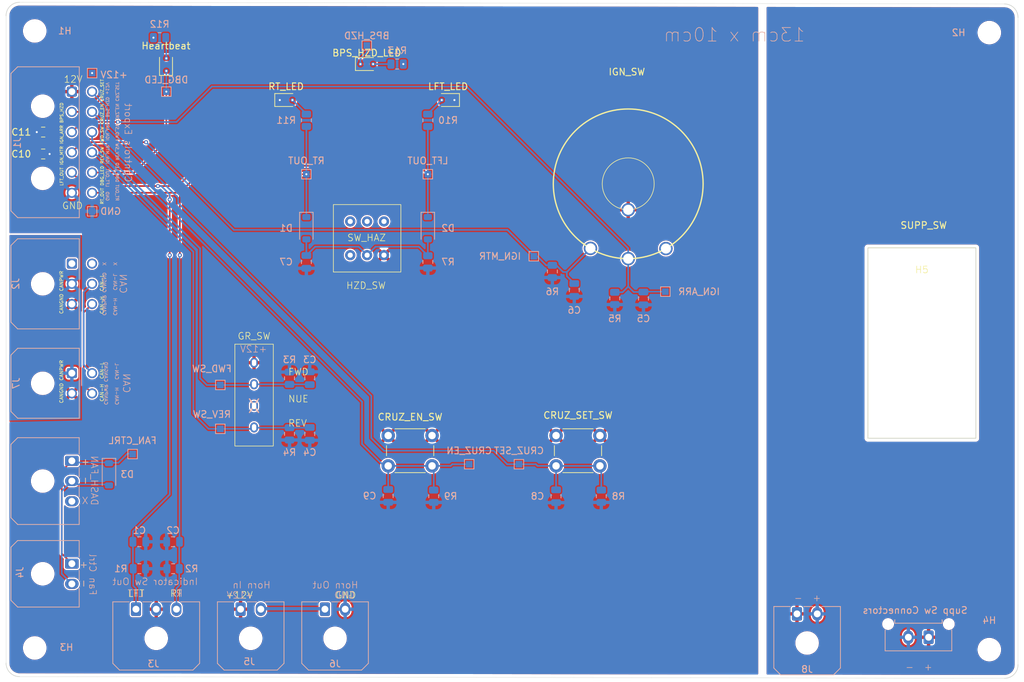
<source format=kicad_pcb>
(kicad_pcb (version 20240108) (generator "pcbnew") (generator_version "8.0")
  (layers (0 "F.Cu" signal) (31 "B.Cu" signal) (34 "B.Paste" user) (35 "F.Paste" user) (36 "B.SilkS" user "B.Silkscreen") (37 "F.SilkS" user "F.Silkscreen") (38 "B.Mask" user) (39 "F.Mask" user) (44 "Edge.Cuts" user))
  (net 0 "")
  (net 1 "+12V")
  (net 2 "Net-(BPS_HZD_LED1-A)")
  (net 3 "GND")
  (net 4 "/LFT_OUT")
  (net 5 "/RT_OUT")
  (net 6 "/FWD_SW")
  (net 7 "/REV_SW")
  (net 8 "/IGN_ARR")
  (net 9 "/IGN_MTR")
  (net 10 "Net-(D1-A)")
  (net 11 "/CRUZ_SET")
  (net 12 "/CRUZ_EN")
  (net 13 "/FAN-")
  (net 14 "/DBG_LED")
  (net 15 "Net-(Heartbeat_LED1-A)")
  (net 16 "/FAN+")
  (net 19 "/BPS_HZD")
  (net 20 "Net-(J5-Pin_2)")
  (net 21 "Net-(LFT_LED1-A)")
  (net 22 "Net-(RT_LED1-A)")
  (net 23 "/CAN-L")
  (net 26 "/CAN-H")
  (net 27 "/CAN+12V")
  (net 28 "/CANGND")
  (net 29 "/Supp-")
  (net 30 "/Supp+")
  (footprint "LED_SMD:LED_0805_2012Metric" (layer "F.Cu") (at 149.048508 64.8375 180)
    (property "Reference" "LFT_LED")
    (property "Value" "SMD_0805" (hide yes))
  )
  (footprint "MountingHole:MountingHole_3mm" (layer "F.Cu") (at 87.798508 54.5875)
    (property "Reference" "H1")
    (property "Value" "MountingHole")
  )
  (footprint "LED_SMD:LED_0805_2012Metric" (layer "F.Cu") (at 137 59.5)
    (property "Reference" "BPS_HZD_LED")
    (property "Value" "SMD_0805_RED")
  )
  (footprint "switched:Toggle" (layer "F.Cu") (at 137.048508 85.3375)
    (property "Reference" "HZD_SW")
    (property "Value" "HAZARD_SWITCH_12V")
  )
  (footprint "LED_SMD:LED_0805_2012Metric" (layer "F.Cu") (at 107.25 59.5 90)
    (property "Reference" "Heartbeat")
    (property "Value" "SMD_0805_GRN" (hide yes))
  )
  (footprint "MountingHole:MountingHole_3mm" (layer "F.Cu") (at 229.25 54.8375)
    (property "Reference" "H2")
    (property "Value" "MountingHole")
  )
  (footprint "MountingHole:MountingHole_3mm" (layer "F.Cu") (at 87.798508 146.0875)
    (property "Reference" "H3")
    (property "Value" "MountingHole")
  )
  (footprint "Capacitor_SMD:C_0805_2012Metric" (layer "F.Cu") (at 89.048508 72.8375)
    (property "Reference" "C10")
    (property "Value" "100uF")
  )
  (footprint "switched:3posSlideToggle" (layer "F.Cu") (at 120.298508 108.5875 -90)
    (property "Reference" "GR_SW")
    (property "Value" "GEAR_SW_12V" (hide yes))
  )
  (footprint "Button_Switch_THT:SW_PUSH_6mm" (layer "F.Cu") (at 165.048508 114.5875)
    (property "Reference" "CRUZ_SET_SW")
    (property "Value" "CRUSE_SET_SW_12V")
  )
  (footprint "MountingHole:MountingHole_3mm" (layer "F.Cu") (at 229.25 146.3375)
    (property "Reference" "H4")
    (property "Value" "MountingHole")
  )
  (footprint "Button_Switch_THT:SW_PUSH_6mm" (layer "F.Cu") (at 140.173508 114.5875)
    (property "Reference" "CRUZ_EN_SW")
    (property "Value" "CRUSE_EN_SW_12V")
  )
  (footprint "LED_SMD:LED_0805_2012Metric" (layer "F.Cu") (at 125.048508 64.8375)
    (property "Reference" "RT_LED")
    (property "Value" "SMD_0805" (hide yes))
  )
  (footprint "switched:SW_3POS_ROT" (layer "F.Cu") (at 175.75 77.25 -90)
    (property "Reference" "IGN_SW1" (hide yes))
    (property "Value" "IGNITION_SW_12V" (hide yes))
  )
  (footprint "Capacitor_SMD:C_0805_2012Metric" (layer "F.Cu") (at 89.048508 69.5875 180)
    (property "Reference" "C11")
    (property "Value" "100uF")
  )
  (footprint "switched:Supp_Switch" (layer "F.Cu") (at 219.25 100.5)
    (property "Reference" "H5")
    (property "Value" "SuppSwitchMount")
  )
  (footprint "Connector_Molex:Molex_Micro-Fit_3.0_43650-0200_1x02_P3.00mm_Horizontal" (layer "B.Cu") (at 93.298508 133.5875 -90)
    (property "Reference" "J4")
    (property "Value" "FAN_CTRL_01x02" (hide yes))
  )
  (footprint "Resistor_SMD:R_0805_2012Metric" (layer "B.Cu") (at 125.548508 106.0875 -90)
    (property "Reference" "R3")
    (property "Value" "10k")
  )
  (footprint "Diode_SMD:D_SOD-123" (layer "B.Cu") (at 146.048508 83.8375 -90)
    (property "Reference" "D2")
    (property "Value" "BAV16W" (hide yes))
  )
  (footprint "Capacitor_SMD:C_0805_2012Metric" (layer "B.Cu") (at 108.298508 130.3375 180)
    (property "Reference" "C2")
    (property "Value" "5uF")
  )
  (footprint "Connector_Molex:Molex_Micro-Fit_3.0_43650-0200_1x02_P3.00mm_Horizontal" (layer "B.Cu") (at 130.798508 140.3375)
    (property "Reference" "J6")
    (property "Value" "Horn_Out_01x02" (hide yes))
  )
  (footprint "Resistor_SMD:R_0805_2012Metric" (layer "B.Cu") (at 173.75 94.25 90)
    (property "Reference" "R5")
    (property "Value" "10k")
  )
  (footprint "TestPoint:TestPoint_Pad_1.0x1.0mm" (layer "B.Cu") (at 96.298508 81.3375 90)
    (property "Reference" "GND")
    (property "Value" "TestPoint")
  )
  (footprint "Resistor_SMD:R_0805_2012Metric" (layer "B.Cu") (at 108.298508 134.3375)
    (property "Reference" "R2")
    (property "Value" "10k")
  )
  (footprint "TestPoint:TestPoint_Pad_1.0x1.0mm" (layer "B.Cu") (at 137 56.75 180)
    (property "Reference" "BPS_HZD")
    (property "Value" "TestPoint")
  )
  (footprint "Capacitor_SMD:C_0805_2012Metric" (layer "B.Cu") (at 128.548508 114.3375 -90)
    (property "Reference" "C4")
    (property "Value" "5uF")
  )
  (footprint "Resistor_SMD:R_0805_2012Metric" (layer "B.Cu") (at 141.5 59.5 180)
    (property "Reference" "R13")
    (property "Value" "HZD_RES_VAL")
  )
  (footprint "Resistor_SMD:R_0805_2012Metric" (layer "B.Cu") (at 171.75 123.5875 -90)
    (property "Reference" "R8")
    (property "Value" "10k")
  )
  (footprint "Connector_Molex:Molex_Micro-Fit_3.0_43045-1200_2x06_P3.00mm_Horizontal" (layer "B.Cu") (at 93.298508 63.5875 -90)
    (property "Reference" "J1")
    (property "Value" "Controls_Leader_Export_02x06" (hide yes))
  )
  (footprint "Capacitor_SMD:C_0805_2012Metric" (layer "B.Cu") (at 140.173508 123.5375 -90)
    (property "Reference" "C9")
    (property "Value" "5uF")
  )
  (footprint "Resistor_SMD:R_0805_2012Metric" (layer "B.Cu") (at 125.548508 114.3375 -90)
    (property "Reference" "R4")
    (property "Value" "10k")
  )
  (footprint "TestPoint:TestPoint_Pad_1.0x1.0mm" (layer "B.Cu") (at 161.75 88 180)
    (property "Reference" "IGN_MTR")
    (property "Value" "TestPoint")
  )
  (footprint "Connector_Molex:Molex_Micro-Fit_3.0_43045-0600_2x03_P3.00mm_Horizontal" (layer "B.Cu") (at 93.298508 89.0875 -90)
    (property "Reference" "J2")
    (property "Value" "Conn_02x03_CAN" (hide yes))
  )
  (footprint "Connector_Molex:Molex_Micro-Fit_3.0_43650-0200_1x02_P3.00mm_Horizontal" (layer "B.Cu") (at 200.75 141.03)
    (property "Reference" "J8")
    (property "Value" "Supp_Out")
  )
  (footprint "Resistor_SMD:R_0805_2012Metric" (layer "B.Cu") (at 106.298508 55.5875)
    (property "Reference" "R12")
    (property "Value" "5.1k")
  )
  (footprint "Capacitor_SMD:C_0805_2012Metric" (layer "B.Cu") (at 165.048508 123.5875 -90)
    (property "Reference" "C8")
    (property "Value" "5uF")
  )
  (footprint "TestPoint:TestPoint_Pad_1.0x1.0mm" (layer "B.Cu") (at 96.298508 60.8375 90)
    (property "Reference" "+12V")
    (property "Value" "TestPoint")
  )
  (footprint "TestPoint:TestPoint_Pad_1.0x1.0mm" (layer "B.Cu") (at 115.298508 107.0875 180)
    (property "Reference" "FWD_SW")
    (property "Value" "TestPoint")
  )
  (footprint "Capacitor_SMD:C_0805_2012Metric" (layer "B.Cu") (at 103.298508 130.3375 180)
    (property "Reference" "C1")
    (property "Value" "5uF")
  )
  (footprint "Connector_Molex:Molex_Micro-Fit_3.0_43045-0400_2x02_P3.00mm_Horizontal" (layer "B.Cu") (at 93.298508 105.3375 -90)
    (property "Reference" "J7")
    (property "Value" "Conn_02x03_CAN")
  )
  (footprint "TestPoint:TestPoint_Pad_1.0x1.0mm" (layer "B.Cu") (at 115.298508 113.5875 180)
    (property "Reference" "REV_SW")
    (property "Value" "TestPoint")
  )
  (footprint "TestPoint:TestPoint_Pad_1.0x1.0mm" (layer "B.Cu") (at 152.173508 118.8375 180)
    (property "Reference" "CRUZ_EN")
    (property "Value" "TestPoint")
  )
  (footprint "Connector_Molex:Molex_Micro-Fit_3.0_43650-0300_1x03_P3.00mm_Horizontal" (layer "B.Cu") (at 102.798508 140.3375)
    (property "Reference" "J3")
    (property "Value" "INDICATOR_SWITCH_OUT" (hide yes))
  )
  (footprint "TestPoint:TestPoint_Pad_1.0x1.0mm" (layer "B.Cu") (at 146.048508 75.8375 180)
    (property "Reference" "LFT_OUT")
    (property "Value" "TestPoint")
  )
  (footprint "Resistor_SMD:R_0805_2012Metric" (layer "B.Cu") (at 103.298508 134.3375)
    (property "Reference" "R1")
    (property "Value" "10k")
  )
  (footprint "Connector_Molex:Molex_Micro-Fit_3.0_43650-0200_1x02_P3.00mm_Horizontal" (layer "B.Cu") (at 118.298508 140.3375)
    (property "Reference" "J5")
    (property "Value" "Horn_In_01x02" (hide yes))
  )
  (footprint "Capacitor_SMD:C_0805_2012Metric" (layer "B.Cu") (at 167.75 93 -90)
    (property "Reference" "C6")
    (property "Value" "5uF")
  )
  (footprint "Diode_SMD:D_SOD-123" (layer "B.Cu") (at 98.798508 120.3375 -90)
    (property "Reference" "D3")
    (property "Value" "1N5819HW" (hide yes))
  )
  (footprint "Resistor_SMD:R_0805_2012Metric" (layer "B.Cu") (at 128.048508 67.8375 90)
    (property "Reference" "R11")
    (property "Value" "5.1k")
  )
  (footprint "TestPoint:TestPoint_Pad_1.0x1.0mm" (layer "B.Cu") (at 159.548508 118.8375 180)
    (property "Reference" "CRUZ_SET")
    (property "Value" "TestPoint")
  )
  (footprint "Connector_Molex:Molex_Micro-Fit_3.0_43650-0300_1x03_P3.00mm_Horizontal" (layer "B.Cu") (at 93.298508 118.3375 -90)
    (property "Reference" "DASH_FAN1" (hide yes))
    (property "Value" "DASHBOARD_FAN_12V" (hide yes))
  )
  (footprint "Resistor_SMD:R_0805_2012Metric" (layer "B.Cu") (at 146.919778 123.5875 90)
    (property "Reference" "R9")
    (property "Value" "10k")
  )
  (footprint "Resistor_SMD:R_0805_2012Metric" (layer "B.Cu") (at 146.048508 67.8375 90)
    (property "Reference" "R10")
    (property "Value" "5.1k")
  )
  (footprint "Connector_Molex:Molex_Micro-Fit_3.0_43650-0215_1x02_P3.00mm_Vertical" (layer "B.Cu") (at 220.25 144.5 180)
    (property "Reference" "Supp Sw Connectors")
    (property "Value" "Supp_In")
  )
  (footprint "Resistor_SMD:R_0805_2012Metric" (layer "B.Cu") (at 146.048508 88.8375 90)
    (property "Reference" "R7")
    (property "Value" "10k")
  )
  (footprint "TestPoint:TestPoint_Pad_1.0x1.0mm" (layer "B.Cu") (at 181.25 93.25 180)
    (property "Reference" "IGN_ARR")
    (property "Value" "TestPoint")
  )
  (footprint "Capacitor_SMD:C_0805_2012Metric" (layer "B.Cu") (at 178 94.25 -90)
    (property "Reference" "C5")
    (property "Value" "5uF")
  )
  (footprint "Resistor_SMD:R_0805_2012Metric" (layer "B.Cu") (at 164.5 90.25 90)
    (property "Reference" "R6")
    (property "Value" "10k")
  )
  (footprint "Diode_SMD:D_SOD-123" (layer "B.Cu") (at 128.048508 83.8375 -90)
    (property "Reference" "D1")
    (property "Value" "BAV16W" (hide yes))
  )
  (footprint "TestPoint:TestPoint_Pad_1.0x1.0mm" (layer "B.Cu") (at 107.298508 63.5875 -90)
    (property "Reference" "DBG_LED")
    (property "Value" "TestPoint")
  )
  (footprint "Capacitor_SMD:C_0805_2012Metric" (layer "B.Cu") (at 128.548508 106.0875 -90)
    (property "Reference" "C3")
    (property "Value" "5uF")
  )
  (footprint "TestPoint:TestPoint_Pad_1.0x1.0mm" (layer "B.Cu") (at 128.048508 75.8375 180)
    (property "Reference" "RT_OUT")
    (property "Value" "TestPoint")
  )
  (footprint "Capacitor_SMD:C_0805_2012Metric" (layer "B.Cu") (at 128.048508 88.8375 -90)
    (property "Reference" "C7")
    (property "Value" "5uF")
  )
  (footprint "TestPoint:TestPoint_Pad_1.0x1.0mm" (layer "B.Cu") (at 102.298508 117.3375 -90)
    (property "Reference" "FAN_CTRL")
    (property "Value" "TestPoint")
  )
  (gr_rect (start 211.25 86.75) (end 227.25 115) (stroke (width 0.1)) (fill none) (layer "Edge.Cuts"))
  (gr_line (start 83.548508 52.3375) (end 83.548508 148.3375) (stroke (width 0.05)) (layer "Edge.Cuts"))
  (gr_line (start 231.5 50.5875) (end 85.548508 50.3375) (stroke (width 0.05)) (layer "Edge.Cuts"))
  (gr_arc (start 233.5 148.5875) (mid 232.914214 150.001714) (end 231.5 150.5875) (stroke (width 0.1)) (layer "Edge.Cuts"))
  (gr_arc (start 231.5 50.5875) (mid 232.914214 51.173286) (end 233.5 52.5875) (stroke (width 0.1)) (layer "Edge.Cuts"))
  (gr_arc (start 83.548508 52.3375) (mid 84.134294 50.923286) (end 85.548508 50.3375) (stroke (width 0.1)) (layer "Edge.Cuts"))
  (gr_line (start 233.5 148.5875) (end 233.5 52.5875) (stroke (width 0.05)) (layer "Edge.Cuts"))
  (gr_line (start 85.548508 150.3375) (end 231.5 150.5875) (stroke (width 0.05)) (layer "Edge.Cuts"))
  (gr_arc (start 85.548508 150.3375) (mid 84.134294 149.751714) (end 83.548508 148.3375) (stroke (width 0.1)) (layer "Edge.Cuts"))
  (gr_text "RT" (at 109.798508 138.5875 0) (layer "B.SilkS") (effects (font (size 1 1) (thickness 0.1)) (justify left bottom mirror)))
  (gr_text "CAN\n" (at 100.798508 108.3375 -90) (layer "B.SilkS") (effects (font (size 1 1) (thickness 0.1)) (justify left bottom mirror)))
  (gr_text "+12V" (at 122.298508 102.3375 0) (layer "B.SilkS") (effects (font (size 1 1) (thickness 0.1)) (justify left bottom mirror)))
  (gr_text "13cm x 10cm" (at 202.048508 56.3375 0) (layer "B.SilkS") (effects (font (size 2 2) (thickness 0.1)) (justify left bottom mirror)))
  (gr_text "Controls Export" (at 101.048508 77.0875 -90) (layer "B.SilkS") (effects (font (size 1 1) (thickness 0.1)) (justify left bottom mirror)))
  (gr_text "CAN-H   CAN-L\n\nCANPWR CANGND" (at 98.048508 110.0875 270) (layer "B.SilkS") (effects (font (size 0.5 0.5) (thickness 0.08)) (justify left bottom mirror)))
  (gr_text "RT_OUT DBG_LED REV_SW FWD_SW CRZ_EN CRZ_SET\n\nGND  LFT_OUT  IGN_MTR  IGN_ARR  BPS_HZD +12V" (at 98.298508 79.8375 270) (layer "B.SilkS") (effects (font (size 0.45 0.45) (thickness 0.08) (bold yes)) (justify left bottom mirror)))
  (gr_text "X" (at 121.373508 111.4125 0) (layer "B.SilkS") (effects (font (size 2 2) (thickness 0.2)) (justify left bottom mirror)))
  (gr_text "Fan Ctrl" (at 95.798508 138.3375 -90) (layer "B.SilkS") (effects (font (size 1 1) (thickness 0.1)) (justify left bottom mirror)))
  (gr_text "+  -" (at 94.798508 117.8375 270) (layer "B.SilkS") (effects (font (size 1 1) (thickness 0.1)) (justify left bottom)))
  (gr_text "Indicator Sw Out" (at 112.048508 136.8375 -0) (layer "B.SilkS") (effects (font (size 1 1) (thickness 0.1)) (justify left bottom mirror)))
  (gr_text "+  -" (at 94.548508 133.0875 270) (layer "B.SilkS") (effects (font (size 1 1) (thickness 0.1)) (justify left bottom)))
  (gr_text "-  +" (at 200.25 139.25 0) (layer "B.SilkS") (effects (font (size 1 1) (thickness 0.1)) (justify left bottom)))
  (gr_text "Horn In\n" (at 122.798508 137.3375 0) (layer "B.SilkS") (effects (font (size 1 1) (thickness 0.1)) (justify left bottom mirror)))
  (gr_text "Horn Out" (at 135.798508 137.3375 -0) (layer "B.SilkS") (effects (font (size 1 1) (thickness 0.1)) (justify left bottom mirror)))
  (gr_text "LFT\n" (at 104.048508 138.5875 0) (layer "B.SilkS") (effects (font (size 1 1) (thickness 0.1)) (justify left bottom mirror)))
  (gr_text "CAN-H   CAN-L\n\nCANPWR CANGND" (at 97.798508 96.8375 270) (layer "B.SilkS") (effects (font (size 0.5 0.5) (thickness 0.08)) (justify left bottom mirror)))
  (gr_text "GND" (at 135.298508 138.8375 0) (layer "B.SilkS") (effects (font (size 1 1) (thickness 0.1)) (justify left bottom mirror)))
  (gr_text "+12V\n" (at 120.298508 138.8375 0) (layer "B.SilkS") (effects (font (size 1 1) (thickness 0.1)) (justify left bottom mirror)))
  (gr_text "CAN\n" (at 100.298508 93.5875 -90) (layer "B.SilkS") (effects (font (size 1 1) (thickness 0.1)) (justify left bottom mirror)))
  (gr_text "DASH_FAN\n" (at 96.048508 125.0175 -90) (layer "B.SilkS") (effects (font (size 1 1) (thickness 0.1)) (justify left bottom mirror)))
  (gr_text "-  +" (at 216.75 149.5 0) (layer "B.SilkS") (effects (font (size 1 1) (thickness 0.1)) (justify left bottom)))
  (gr_text "X" (at 95.798508 124.8375 0) (layer "B.SilkS") (effects (font (size 1 1) (thickness 0.1)) (justify left bottom mirror)))
  (gr_text "X\n\nX" (at 100.048508 88.8375 90) (layer "B.SilkS") (effects (font (size 0.5 0.5) (thickness 0.08)) (justify left bottom mirror)))
  (gr_text "IGN_SW" (at 172.75 61.25 0) (layer "F.SilkS") (effects (font (size 1 1)) (justify left bottom)))
  (gr_text "CANGND CANPWR" (at 92.048508 109.8375 90) (layer "F.SilkS") (effects (font (size 0.5 0.5) (thickness 0.08)) (justify left bottom)))
  (gr_text "RT_OUT DBG_LED REV_SW FWD_SW CRUZ_EN CRUZ_SET" (at 98.048508 80.3375 90) (layer "F.SilkS") (effects (font (size 0.45 0.45) (thickness 0.08) (bold yes)) (justify left bottom)))
  (gr_text "CANGND CANPWR" (at 92.048508 96.5875 90) (layer "F.SilkS") (effects (font (size 0.5 0.5) (thickness 0.08)) (justify left bottom)))
  (gr_text "CAN-H  CAN-L" (at 98.048508 109.5875 90) (layer "F.SilkS") (effects (font (size 0.5 0.5) (thickness 0.08)) (justify left bottom)))
  (gr_text "+  -" (at 94.798508 117.8375 270) (layer "F.SilkS") (effects (font (size 1 1) (thickness 0.1)) (justify left bottom)))
  (gr_text "LFT_OUT IGN_MTR IGN_ARR BPS_HZD" (at 92.048508 77.5875 90) (layer "F.SilkS") (effects (font (size 0.45 0.45) (thickness 0.08) (bold yes)) (justify left bottom)))
  (gr_text "12V" (at 92.048508 62.3375 0) (layer "F.SilkS") (effects (font (size 1 1) (thickness 0.1)) (justify left bottom)))
  (gr_text "RT" (at 107.798508 138.5875 0) (layer "F.SilkS") (effects (font (size 1 1) (thickness 0.1)) (justify left bottom)))
  (gr_text "NUE" (at 125.298508 109.7375 0) (layer "F.SilkS") (effects (font (size 1 1) (thickness 0.1)) (justify left bottom)))
  (gr_text "GND\n" (at 132.298508 138.8375 0) (layer "F.SilkS") (effects (font (size 1 1) (thickness 0.1)) (justify left bottom)))
  (gr_text "CAN-H  CAN-L" (at 98.048508 96.5875 90) (layer "F.SilkS") (effects (font (size 0.5 0.5) (thickness 0.08)) (justify left bottom)))
  (gr_text "+  -" (at 94.548508 133.0875 270) (layer "F.SilkS") (effects (font (size 1 1) (thickness 0.1)) (justify left bottom)))
  (gr_text "LFT" (at 101.548508 138.5875 0) (layer "F.SilkS") (effects (font (size 1 1) (thickness 0.1)) (justify left bottom)))
  (gr_text "SUPP_SW" (at 216 84 0) (layer "F.SilkS") (effects (font (size 1 1)) (justify left bottom)))
  (gr_text "FWD" (at 125.298508 105.7375 0) (layer "F.SilkS") (effects (font (size 1 1) (thickness 0.1)) (justify left bottom)))
  (gr_text "REV" (at 125.298508 113.3375 0) (layer "F.SilkS") (effects (font (size 1 1) (thickness 0.1)) (justify left bottom)))
  (gr_text "+12V\n" (at 116.048508 138.8375 0) (layer "F.SilkS") (effects (font (size 1 1) (thickness 0.1)) (justify left bottom)))
  (gr_text "GND" (at 91.798508 81.0875 0) (layer "F.SilkS") (effects (font (size 1 1) (thickness 0.1)) (justify left bottom)))
  (via (at 105.386008 55.5875) (size 0.6) (drill 0.3) (layers "F.Cu" "B.Cu") (net 1))
  (via (at 96.298508 60.8375) (size 0.6) (drill 0.3) (layers "F.Cu" "B.Cu") (net 1))
  (via (at 142.4125 59.5) (size 0.6) (drill 0.3) (layers "F.Cu" "B.Cu") (net 1))
  (via (at 137.9375 59.5) (size 0.6) (drill 0.3) (layers "F.Cu" "B.Cu") (net 2))
  (segment (start 140.5875 59.5) (end 137.9375 59.5) (width 0.25) (layer "B.Cu") (net 2))
  (segment (start 140.3375 59.5) (end 140.5875 59.75) (width 0.2) (layer "B.Cu") (net 2))
  (via (at 149.986008 64.8375) (size 0.6) (drill 0.3) (layers "F.Cu" "B.Cu") (net 3))
  (via (at 89.998508 72.8375) (size 0.6) (drill 0.3) (layers "F.Cu" "B.Cu") (net 3))
  (via (at 124.111008 64.8375) (size 0.6) (drill 0.3) (layers "F.Cu" "B.Cu") (net 3))
  (via (at 88.098508 69.5875) (size 0.6) (drill 0.3) (layers "F.Cu" "B.Cu") (net 3))
  (segment (start 97.058648 77.5875) (end 96.558648 77.0875) (width 0.25) (layer "F.Cu") (net 4))
  (segment (start 96.558648 77.0875) (end 94.798508 77.0875) (width 0.25) (layer "F.Cu") (net 4))
  (segment (start 109.048508 77.5875) (end 112.048508 74.5875) (width 0.25) (layer "F.Cu") (net 4))
  (segment (start 94.798508 77.0875) (end 93.298508 75.5875) (width 0.25) (layer "F.Cu") (net 4))
  (segment (start 112.048508 74.5875) (end 144.798508 74.5875) (width 0.25) (layer "F.Cu") (net 4))
  (segment (start 106.048508 77.5875) (end 109.048508 77.5875) (width 0.25) (layer "F.Cu") (net 4))
  (segment (start 144.798508 74.5875) (end 146.048508 75.8375) (width 0.25) (layer "F.Cu") (net 4))
  (segment (start 106.048508 77.5875) (end 97.058648 77.5875) (width 0.25) (layer "F.Cu") (net 4))
  (segment (start 107.798508 87.8375) (end 107.798508 79.5875) (width 0.25) (layer "F.Cu") (net 4))
  (via (at 107.798508 79.5875) (size 0.6) (drill 0.3) (layers "F.Cu" "B.Cu") (net 4))
  (via (at 146.048508 75.8375) (size 0.6) (drill 0.3) (layers "F.Cu" "B.Cu") (net 4))
  (via (at 107.798508 87.8375) (size 0.6) (drill 0.3) (layers "F.Cu" "B.Cu") (net 4))
  (via (at 106.048508 77.5875) (size 0.6) (drill 0.3) (layers "F.Cu" "B.Cu") (net 4))
  (segment (start 107.798508 123.3375) (end 107.798508 87.8375) (width 0.25) (layer "B.Cu") (net 4))
  (segment (start 146.048508 75.8375) (end 146.048508 68.75) (width 0.25) (layer "B.Cu") (net 4))
  (segment (start 102.348508 130.3375) (end 102.348508 128.7875) (width 0.25) (layer "B.Cu") (net 4))
  (segment (start 107.798508 79.5875) (end 107.798508 78.8375) (width 0.25) (layer "B.Cu") (net 4))
  (segment (start 102.798508 140.2675) (end 102.798508 137.2675) (width 0.25) (layer "B.Cu") (net 4))
  (segment (start 102.348508 134.23) (end 102.386008 134.2675) (width 0.25) (layer "B.Cu") (net 4))
  (segment (start 102.348508 128.7875) (end 107.798508 123.3375) (width 0.25) (layer "B.Cu") (net 4))
  (segment (start 106.548508 77.5875) (end 106.048508 77.5875) (width 0.25) (layer "B.Cu") (net 4))
  (segment (start 107.798508 78.8375) (end 106.548508 77.5875) (width 0.25) (layer "B.Cu") (net 4))
  (segment (start 102.348508 130.2675) (end 102.348508 134.23) (width 0.25) (layer "B.Cu") (net 4))
  (segment (start 146.048508 82.1875) (end 146.048508 75.8375) (width 0.25) (layer "B.Cu") (net 4))
  (segment (start 102.798508 137.2675) (end 102.386008 136.855) (width 0.25) (layer "B.Cu") (net 4))
  (segment (start 102.386008 136.855) (end 102.386008 134.2675) (width 0.25) (layer "B.Cu") (net 4))
  (segment (start 128.048508 75.8375) (end 112.048508 75.8375) (width 0.25) (layer "F.Cu") (net 5))
  (segment (start 109.298508 78.5875) (end 109.298508 87.8375) (width 0.25) (layer "F.Cu") (net 5))
  (segment (start 109.298508 78.5875) (end 96.298508 78.5875) (width 0.25) (layer "F.Cu") (net 5))
  (segment (start 112.048508 75.8375) (end 109.298508 78.5875) (width 0.25) (layer "F.Cu") (net 5))
  (via (at 109.298508 87.8375) (size 0.6) (drill 0.3) (layers "F.Cu" "B.Cu") (net 5))
  (via (at 128.048508 75.8375) (size 0.6) (drill 0.3) (layers "F.Cu" "B.Cu") (net 5))
  (segment (start 109.211008 134.2675) (end 109.211008 130.305) (width 0.25) (layer "B.Cu") (net 5))
  (segment (start 109.248508 87.8875) (end 109.298508 87.8375) (width 0.25) (layer "B.Cu") (net 5))
  (segment (start 109.248508 130.3375) (end 109.248508 87.8875) (width 0.25) (layer "B.Cu") (net 5))
  (segment (start 109.211008 136.81125) (end 109.211008 134.2675) (width 0.25) (layer "B.Cu") (net 5))
  (segment (start 108.798508 140.2675) (end 108.798508 137.22375) (width 0.25) (layer "B.Cu") (net 5))
  (segment (start 128.048508 82.1875) (end 128.048508 75.8375) (width 0.25) (layer "B.Cu") (net 5))
  (segment (start 108.798508 137.22375) (end 109.211008 136.81125) (width 0.25) (layer "B.Cu") (net 5))
  (segment (start 109.211008 130.305) (end 109.248508 130.2675) (width 0.25) (layer "B.Cu") (net 5))
  (segment (start 128.048508 75.8375) (end 128.048508 68.75) (width 0.25) (layer "B.Cu") (net 5))
  (segment (start 112.298508 86.8375) (end 96.298508 70.8375) (width 0.25) (layer "B.Cu") (net 6))
  (segment (start 125.136008 107.15) (end 125.123508 107.1375) (width 0.25) (layer "B.Cu") (net 6))
  (segment (start 115.298508 107.0875) (end 120.198508 107.0875) (width 0.25) (layer "B.Cu") (net 6))
  (segment (start 128.511008 107) (end 128.548508 107.0375) (width 0.25) (layer "B.Cu") (net 6))
  (segment (start 125.586008 107.1875) (end 125.548508 107.15) (width 0.25) (layer "B.Cu") (net 6))
  (segment (start 120.298508 106.9875) (end 125.536008 106.9875) (width 0.25) (layer "B.Cu") (net 6))
  (segment (start 112.298508 106.0875) (end 112.298508 86.8375) (width 0.25) (layer "B.Cu") (net 6))
  (segment (start 120.198508 107.0875) (end 120.298508 106.9875) (width 0.25) (layer "B.Cu") (net 6))
  (segment (start 115.298508 107.0875) (end 113.298508 107.0875) (width 0.25) (layer "B.Cu") (net 6))
  (segment (start 113.298508 107.0875) (end 112.298508 106.0875) (width 0.25) (layer "B.Cu") (net 6))
  (segment (start 125.548508 107) (end 128.511008 107) (width 0.25) (layer "B.Cu") (net 6))
  (segment (start 115.398508 107.1375) (end 115.298508 107.2375) (width 0.25) (layer "B.Cu") (net 6))
  (segment (start 96.298508 70.8375) (end 96.298508 69.5875) (width 0.25) (layer "B.Cu") (net 6))
  (segment (start 125.548508 107.15) (end 125.136008 107.15) (width 0.25) (layer "B.Cu") (net 6))
  (segment (start 125.536008 106.9875) (end 125.548508 107) (width 0.25) (layer "B.Cu") (net 6))
  (segment (start 111.298508 111.3375) (end 111.298508 87.3375) (width 0.25) (layer "B.Cu") (net 7))
  (segment (start 125.548508 113.425) (end 120.336008 113.425) (width 0.25) (layer "B.Cu") (net 7))
  (segment (start 125.511008 113.5375) (end 125.548508 113.575) (width 0.25) (layer "B.Cu") (net 7))
  (segment (start 128.511008 113.425) (end 128.548508 113.3875) (width 0.25) (layer "B.Cu") (net 7))
  (segment (start 111.298508 87.3375) (end 96.548508 72.5875) (width 0.25) (layer "B.Cu") (net 7))
  (segment (start 115.298508 113.5875) (end 113.548508 113.5875) (width 0.25) (layer "B.Cu") (net 7))
  (segment (start 120.336008 113.425) (end 120.298508 113.3875) (width 0.25) (layer "B.Cu") (net 7))
  (segment (start 115.298508 113.5875) (end 120.098508 113.5875) (width 0.25) (layer "B.Cu") (net 7))
  (segment (start 125.586008 113.5375) (end 125.548508 113.575) (width 0.25) (layer "B.Cu") (net 7))
  (segment (start 113.548508 113.5875) (end 111.298508 111.3375) (width 0.25) (layer "B.Cu") (net 7))
  (segment (start 120.098508 113.5875) (end 120.298508 113.3875) (width 0.25) (layer "B.Cu") (net 7))
  (segment (start 96.548508 72.5875) (end 96.298508 72.5875) (width 0.25) (layer "B.Cu") (net 7))
  (segment (start 125.548508 113.425) (end 128.511008 113.425) (width 0.25) (layer "B.Cu") (net 7))
  (segment (start 115.348508 113.5375) (end 115.298508 113.4875) (width 0.25) (layer "B.Cu") (net 7))
  (segment (start 94.798508 68.0875) (end 93.298508 69.5875) (width 0.25) (layer "F.Cu") (net 8))
  (segment (start 100.123508 68.0875) (end 94.798508 68.0875) (width 0.25) (layer "F.Cu") (net 8))
  (via (at 100.123508 68.0875) (size 0.6) (drill 0.3) (layers "F.Cu" "B.Cu") (net 8))
  (segment (start 175.74 88.360018) (end 175.74 86.8275) (width 0.25) (layer "B.Cu") (net 8))
  (segment (start 178 93.3) (end 176.55 93.3) (width 0.25) (layer "B.Cu") (net 8))
  (segment (start 178 93.3) (end 178.45 93.3) (width 0.25) (layer "B.Cu") (net 8))
  (segment (start 178.5 93.25) (end 181.25 93.25) (width 0.25) (layer "B.Cu") (net 8))
  (segment (start 108.798508 68.0875) (end 114.048508 62.8375) (width 0.25) (layer "B.Cu") (net 8))
  (segment (start 176.55 93.3) (end 175.74 92.49) (width 0.25) (layer "B.Cu") (net 8))
  (segment (start 100.123508 68.0875) (end 100.123508 67.9125) (width 0.25) (layer "B.Cu") (net 8))
  (segment (start 175.74 92.49) (end 174.8925 93.3375) (width 0.25) (layer "B.Cu") (net 8))
  (segment (start 114.048508 62.8375) (end 151.75 62.8375) (width 0.25) (layer "B.Cu") (net 8))
  (segment (start 175.75 88.370018) (end 175.74 88.360018) (width 0.25) (layer "B.Cu") (net 8))
  (segment (start 175.74 86.8275) (end 151.75 62.8375) (width 0.25) (layer "B.Cu") (net 8))
  (segment (start 175.74 88.360018) (end 175.74 92.49) (width 0.25) (layer "B.Cu") (net 8))
  (segment (start 174.8925 93.3375) (end 173.75 93.3375) (width 0.25) (layer "B.Cu") (net 8))
  (segment (start 178.45 93.3) (end 178.5 93.25) (width 0.25) (layer "B.Cu") (net 8))
  (segment (start 100.123508 68.0875) (end 108.798508 68.0875) (width 0.25) (layer "B.Cu") (net 8))
  (segment (start 104.298508 71.0875) (end 94.798508 71.0875) (width 0.25) (layer "F.Cu") (net 9))
  (segment (start 94.798508 71.0875) (end 93.298508 72.5875) (width 0.25) (layer "F.Cu") (net 9))
  (via (at 104.298508 71.0875) (size 0.6) (drill 0.3) (layers "F.Cu" "B.Cu") (net 9))
  (segment (start 165.0875 89.3375) (end 164.5 89.3375) (width 0.25) (layer "B.Cu") (net 9))
  (segment (start 162.25 88) (end 161.75 88) (width 0.25) (layer "B.Cu") (net 9))
  (segment (start 166.6425 90.9425) (end 167.75 92.05) (width 0.25) (layer "B.Cu") (net 9))
  (segment (start 170.15 86.83) (end 166.6425 90.3375) (width 0.25) (layer "B.Cu") (net 9))
  (segment (start 164.5 89.3375) (end 163.5875 89.3375) (width 0.25) (layer "B.Cu") (net 9))
  (segment (start 104.309904 71.0875) (end 104.298508 71.0875) (width 0.25) (layer "B.Cu") (net 9))
  (segment (start 161.75 88) (end 157.8375 84.0875) (width 0.25) (layer "B.Cu") (net 9))
  (segment (start 166.6425 90.3375) (end 166.6425 90.9425) (width 0.25) (layer "B.Cu") (net 9))
  (segment (start 157.8375 84.0875) (end 117.309904 84.0875) (width 0.25) (layer "B.Cu") (net 9))
  (segment (start 162.25 88) (end 163.5875 89.3375) (width 0.25) (layer "B.Cu") (net 9))
  (segment (start 117.309904 84.0875) (end 104.309904 71.0875) (width 0.25) (layer "B.Cu") (net 9))
  (segment (start 166.0875 90.3375) (end 165.0875 89.3375) (width 0.25) (layer "B.Cu") (net 9))
  (segment (start 166.6425 90.3375) (end 166.0875 90.3375) (width 0.25) (layer "B.Cu") (net 9))
  (segment (start 138.298508 86.5875) (end 144.711008 86.5875) (width 0.25) (layer "B.Cu") (net 10))
  (segment (start 135.798508 86.5875) (end 129.348508 86.5875) (width 0.25) (layer "B.Cu") (net 10))
  (segment (start 146.048508 87.925) (end 146.048508 85.4875) (width 0.25) (layer "B.Cu") (net 10))
  (segment (start 128.048508 87.8875) (end 128.048508 85.4875) (width 0.25) (layer "B.Cu") (net 10))
  (segment (start 144.711008 86.5875) (end 146.048508 87.925) (width 0.25) (layer "B.Cu") (net 10))
  (segment (start 129.348508 86.5875) (end 128.048508 87.8875) (width 0.25) (layer "B.Cu") (net 10))
  (segment (start 137.048508 87.8375) (end 138.298508 86.5875) (width 0.25) (layer "B.Cu") (net 10))
  (segment (start 137.048508 87.8375) (end 135.798508 86.5875) (width 0.25) (layer "B.Cu") (net 10))
  (segment (start 109.048508 80.0875) (end 109.048508 79.3375) (width 0.25) (layer "B.Cu") (net 11))
  (segment (start 162.048508 118.8375) (end 159.548508 118.8375) (width 0.25) (layer "B.Cu") (net 11))
  (segment (start 137.673508 108.7125) (end 109.048508 80.0875) (width 0.25) (layer "B.Cu") (net 11))
  (segment (start 165.048508 119.0875) (end 171.548508 119.0875) (width 0.25) (layer "B.Cu") (net 11))
  (segment (start 171.75 119.288992) (end 171.548508 119.0875) (width 0.25) (layer "B.Cu") (net 11))
  (segment (start 159.548508 118.8375) (end 157.798508 118.8375) (width 0.25) (layer "B.Cu") (net 11))
  (segment (start 137.673508 114.9625) (end 137.673508 108.7125) (width 0.25) (layer "B.Cu") (net 11))
  (segment (start 171.75 122.675) (end 171.75 119.288992) (width 0.25) (layer "B.Cu") (net 11))
  (segment (start 162.298508 119.0875) (end 165.048508 119.0875) (width 0.25) (layer "B.Cu") (net 11))
  (segment (start 157.798508 118.8375) (end 155.798508 116.8375) (width 0.25) (layer "B.Cu") (net 11))
  (segment (start 98.548508 68.8375) (end 98.548508 65.9625) (width 0.25) (layer "B.Cu") (net 11))
  (segment (start 98.548508 65.9625) (end 96.298508 63.7125) (width 0.25) (layer "B.Cu") (net 11))
  (segment (start 162.048508 118.8375) (end 162.298508 119.0875) (width 0.25) (layer "B.Cu") (net 11))
  (segment (start 165.048508 122.6375) (end 165.048508 119.0875) (width 0.25) (layer "B.Cu") (net 11))
  (segment (start 139.548508 116.8375) (end 137.673508 114.9625) (width 0.25) (layer "B.Cu") (net 11))
  (segment (start 109.048508 79.3375) (end 98.548508 68.8375) (width 0.25) (layer "B.Cu") (net 11))
  (segment (start 155.798508 116.8375) (end 139.548508 116.8375) (width 0.25) (layer "B.Cu") (net 11))
  (segment (start 96.298508 63.7125) (end 96.298508 63.5875) (width 0.25) (layer "B.Cu") (net 11))
  (segment (start 140.173508 119.0875) (end 146.673508 119.0875) (width 0.25) (layer "B.Cu") (net 12))
  (segment (start 136.298508 115.8375) (end 136.298508 109.5875) (width 0.25) (layer "B.Cu") (net 12))
  (segment (start 146.673508 119.0875) (end 149.423508 119.0875) (width 0.25) (layer "B.Cu") (net 12))
  (segment (start 139.548508 119.0875) (end 136.298508 115.8375) (width 0.25) (layer "B.Cu") (net 12))
  (segment (start 140.173508 122.5875) (end 140.173508 119.0875) (width 0.25) (layer "B.Cu") (net 12))
  (segment (start 146.923508 122.67127) (end 146.923508 119.3375) (width 0.25) (layer "B.Cu") (net 12))
  (segment (start 136.298508 109.5875) (end 97.548508 70.8375) (width 0.25) (layer "B.Cu") (net 12))
  (segment (start 146.923508 119.3375) (end 146.673508 119.0875) (width 0.25) (layer "B.Cu") (net 12))
  (segment (start 149.423508 119.0875) (end 149.673508 118.8375) (width 0.25) (layer "B.Cu") (net 12))
  (segment (start 149.673508 118.8375) (end 152.173508 118.8375) (width 0.25) (layer "B.Cu") (net 12))
  (segment (start 146.919778 122.675) (end 146.923508 122.67127) (width 0.25) (layer "B.Cu") (net 12))
  (segment (start 97.548508 67.8375) (end 96.298508 66.5875) (width 0.25) (layer "B.Cu") (net 12))
  (segment (start 140.173508 119.0875) (end 139.548508 119.0875) (width 0.25) (layer "B.Cu") (net 12))
  (segment (start 97.548508 70.8375) (end 97.548508 67.8375) (width 0.25) (layer "B.Cu") (net 12))
  (segment (start 91.798508 135.0875) (end 93.298508 136.5875) (width 0.25) (layer "B.Cu") (net 13))
  (segment (start 93.798508 121.8375) (end 98.648508 121.8375) (width 0.25) (layer "B.Cu") (net 13))
  (segment (start 93.298508 121.3375) (end 93.798508 121.8375) (width 0.25) (layer "B.Cu") (net 13))
  (segment (start 93.298508 121.3375) (end 91.798508 122.8375) (width 0.25) (layer "B.Cu") (net 13))
  (segment (start 91.798508 122.8375) (end 91.798508 135.0875) (width 0.25) (layer "B.Cu") (net 13))
  (segment (start 98.648508 121.8375) (end 98.798508 121.9875) (width 0.25) (layer "B.Cu") (net 13))
  (segment (start 96.298508 75.5875) (end 102.548508 75.5875) (width 0.25) (layer "F.Cu") (net 14))
  (segment (start 107.298508 60.525) (end 106.861008 60.525) (width 0.25) (layer "F.Cu") (net 14))
  (segment (start 107.298508 70.8375) (end 107.298508 63.5875) (width 0.25) (layer "F.Cu") (net 14))
  (segment (start 106.798508 60.525) (end 107.298508 60.525) (width 0.25) (layer "F.Cu") (net 14))
  (segment (start 102.548508 75.5875) (end 107.298508 70.8375) (width 0.25) (layer "F.Cu") (net 14))
  (via (at 107.298508 63.5875) (size 0.6) (drill 0.3) (layers "F.Cu" "B.Cu") (net 14))
  (via (at 107.298508 60.525) (size 0.6) (drill 0.3) (layers "F.Cu" "B.Cu") (net 14))
  (segment (start 107.298508 60.525) (end 107.298508 63.5875) (width 0.25) (layer "B.Cu") (net 14))
  (via (at 107.298508 58.65) (size 0.6) (drill 0.3) (layers "F.Cu" "B.Cu") (net 15))
  (segment (start 107.298508 58.65) (end 107.298508 55.675) (width 0.25) (layer "B.Cu") (net 15))
  (segment (start 107.298508 55.675) (end 107.211008 55.5875) (width 0.25) (layer "B.Cu") (net 15))
  (segment (start 91.798508 119.8375) (end 91.798508 132.0875) (width 0.25) (layer "F.Cu") (net 16))
  (segment (start 91.798508 132.0875) (end 93.298508 133.5875) (width 0.25) (layer "F.Cu") (net 16))
  (segment (start 93.298508 118.3375) (end 91.798508 119.8375) (width 0.25) (layer "F.Cu") (net 16))
  (segment (start 100.198508 118.6175) (end 101.548508 117.2675) (width 0.25) (layer "B.Cu") (net 16))
  (segment (start 98.798508 118.6175) (end 100.198508 118.6175) (width 0.25) (layer "B.Cu") (net 16))
  (segment (start 93.298508 118.3375) (end 93.548508 118.5875) (width 0.25) (layer "B.Cu") (net 16))
  (segment (start 101.548508 117.2675) (end 102.298508 117.2675) (width 0.25) (layer "B.Cu") (net 16))
  (segment (start 93.548508 118.5875) (end 98.698508 118.5875) (width 0.25) (layer "B.Cu") (net 16))
  (segment (start 98.698508 118.5875) (end 98.798508 118.6875) (width 0.25) (layer "B.Cu") (net 16))
  (segment (start 94.4125 66.5875) (end 95.75 65.25) (width 0.25) (layer "F.Cu") (net 19))
  (segment (start 102.75 59.5) (end 136.0625 59.5) (width 0.25) (layer "F.Cu") (net 19))
  (segment (start 93.298508 66.5875) (end 94.4125 66.5875) (width 0.25) (layer "F.Cu") (net 19))
  (segment (start 95.75 65.25) (end 97 65.25) (width 0.25) (layer "F.Cu") (net 19))
  (segment (start 97 65.25) (end 102.75 59.5) (width 0.25) (layer "F.Cu") (net 19))
  (via (at 136.0625 59.5) (size 0.6) (drill 0.3) (layers "F.Cu" "B.Cu") (net 19))
  (segment (start 137 56.75) (end 137 57.75) (width 0.25) (layer "B.Cu") (net 19))
  (segment (start 136.0625 58.6875) (end 136.0625 59.5) (width 0.25) (layer "B.Cu") (net 19))
  (segment (start 137 57.75) (end 136.0625 58.6875) (width 0.25) (layer "B.Cu") (net 19))
  (segment (start 121.298508 140.2675) (end 130.798508 140.2675) (width 0.5) (layer "B.Cu") (net 20))
  (via (at 148.111008 64.8375) (size 0.6) (drill 0.3) (layers "F.Cu" "B.Cu") (net 21))
  (segment (start 146.048508 66.9) (end 148.111008 64.8375) (width 0.25) (layer "B.Cu") (net 21))
  (segment (start 146.048508 66.925) (end 146.048508 66.9) (width 0.25) (layer "B.Cu") (net 21))
  (via (at 125.986008 64.8375) (size 0.6) (drill 0.3) (layers "F.Cu" "B.Cu") (net 22))
  (segment (start 128.048508 66.925) (end 128.048508 66.9) (width 0.25) (layer "B.Cu") (net 22))
  (segment (start 128.048508 66.9) (end 125.986008 64.8375) (width 0.25) (layer "B.Cu") (net 22))
  (segment (start 96.298508 92.0875) (end 95.048508 93.3375) (width 0.25) (layer "B.Cu") (net 23))
  (segment (start 95.048508 93.3375) (end 95.048508 104.0875) (width 0.25) (layer "B.Cu") (net 23))
  (segment (start 95.048508 104.0875) (end 96.298508 105.3375) (width 0.25) (layer "B.Cu") (net 23))
  (segment (start 95.048508 96.3375) (end 95.048508 107.0875) (width 0.25) (layer "F.Cu") (net 26))
  (segment (start 95.048508 107.0875) (end 96.298508 108.3375) (width 0.25) (layer "F.Cu") (net 26))
  (segment (start 96.298508 95.0875) (end 95.048508 96.3375) (width 0.25) (layer "F.Cu") (net 26))
  (zone (net 30) (net_name "/Supp+") (layer "F.Cu") (priority 5) (connect_pads (clearance 0)) (min_thickness 0.25) (fill yes (thermal_gap 0.5) (thermal_bridge_width 0.5))
    (polygon (pts (xy 196.25 150.75) (xy 196.25 50.25) (xy 233.75 50.25) (xy 233.75 150.75)))
  )
  (zone (net 1) (net_name "+12V") (layer "F.Cu") (priority 2) (connect_pads (clearance 0)) (min_thickness 0.25) (fill yes (thermal_gap 0.5) (thermal_bridge_width 0.5))
    (polygon (pts (xy 83.5 50) (xy 195 50.25) (xy 195 150.5) (xy 83.5 150.25) (xy 83.548508 112.3375) (xy 94.798508 112.3375) (xy 94.798508 84.5875) (xy 83.548508 84.5875)))
  )
  (zone (net 27) (net_name "/CAN+12V") (layer "F.Cu") (priority 4) (connect_pads (clearance 0)) (min_thickness 0.25) (fill yes (thermal_gap 0.5) (thermal_bridge_width 0.5))
    (polygon (pts (xy 83.548508 84.8375) (xy 94.798508 84.8375) (xy 94.798508 112.5875) (xy 83.548508 112.5875)))
  )
  (zone (net 3) (net_name "GND") (layer "B.Cu") (priority 3) (connect_pads (clearance 0)) (min_thickness 0.25) (fill yes (thermal_gap 0.5) (thermal_bridge_width 0.5))
    (polygon (pts (xy 83.5 50) (xy 195 50.25) (xy 195 150.5) (xy 83.5 150.25) (xy 83.548508 112.5875) (xy 94.798508 112.3375) (xy 94.798508 84.5875) (xy 83.548508 84.5875)))
  )
  (zone (net 28) (net_name "/CANGND") (layer "B.Cu") (priority 1) (connect_pads (clearance 0)) (min_thickness 0.25) (fill yes (thermal_gap 0.5) (thermal_bridge_width 0.5))
    (polygon (pts (xy 83.548508 84.8375) (xy 94.798508 84.8375) (xy 94.798508 112.5875) (xy 83.548508 112.5875)))
  )
  (zone (net 29) (net_name "/Supp-") (layer "B.Cu") (priority 6) (connect_pads (clearance 0)) (min_thickness 0.25) (fill yes (thermal_gap 0.5) (thermal_bridge_width 0.5))
    (polygon (pts (xy 196.25 50.25) (xy 233.75 50.25) (xy 233.75 150.75) (xy 196.25 150.75)))
  )
)
</source>
